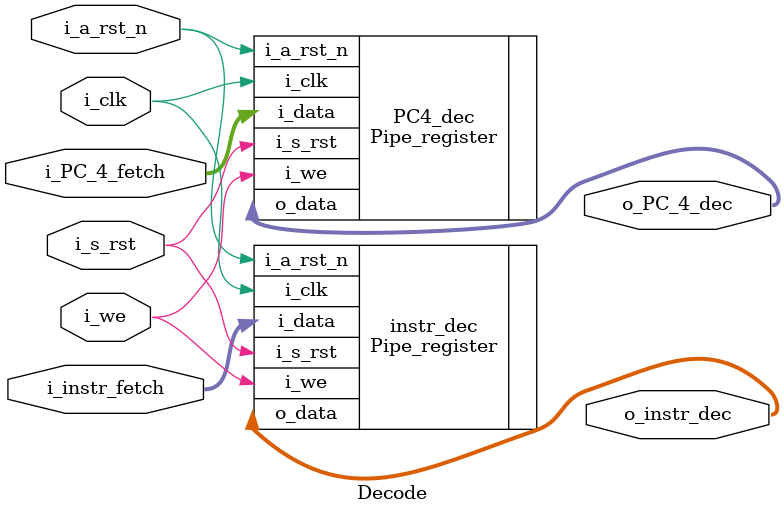
<source format=v>
module Decode(i_clk,
              i_a_rst_n,
              i_s_rst,
              i_we,
              i_instr_fetch,
              i_PC_4_fetch,
              o_instr_dec,
              o_PC_4_dec
              );

input   [31:0] i_instr_fetch, i_PC_4_fetch;
input          i_clk, i_a_rst_n, i_s_rst, i_we;
output  [31:0] o_instr_dec, o_PC_4_dec;

Pipe_register 
#(.WIDTH(32)) instr_dec(  .i_clk       (i_clk),
                          .i_a_rst_n   (i_a_rst_n),
                          .i_s_rst     (i_s_rst),
                          .i_we        (i_we),
                          .i_data      (i_instr_fetch),
                          .o_data      (o_instr_dec)
                        );

Pipe_register 
#(.WIDTH(32)) PC4_dec(    .i_clk       (i_clk),
                          .i_a_rst_n   (i_a_rst_n),
                          .i_s_rst     (i_s_rst),
                          .i_we        (i_we),
                          .i_data      (i_PC_4_fetch),
                          .o_data      (o_PC_4_dec)
                      );
endmodule
</source>
